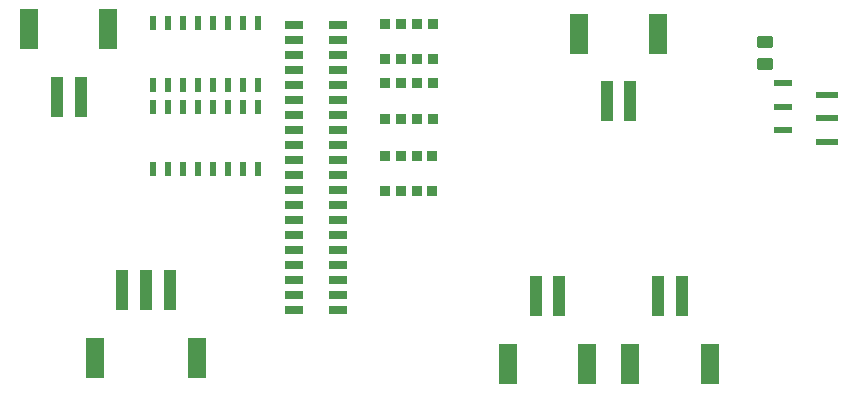
<source format=gbr>
%TF.GenerationSoftware,KiCad,Pcbnew,8.0.4*%
%TF.CreationDate,2025-03-13T09:59:00-07:00*%
%TF.ProjectId,keyboard_board,6b657962-6f61-4726-945f-626f6172642e,rev?*%
%TF.SameCoordinates,Original*%
%TF.FileFunction,Paste,Top*%
%TF.FilePolarity,Positive*%
%FSLAX46Y46*%
G04 Gerber Fmt 4.6, Leading zero omitted, Abs format (unit mm)*
G04 Created by KiCad (PCBNEW 8.0.4) date 2025-03-13 09:59:00*
%MOMM*%
%LPD*%
G01*
G04 APERTURE LIST*
G04 Aperture macros list*
%AMRoundRect*
0 Rectangle with rounded corners*
0 $1 Rounding radius*
0 $2 $3 $4 $5 $6 $7 $8 $9 X,Y pos of 4 corners*
0 Add a 4 corners polygon primitive as box body*
4,1,4,$2,$3,$4,$5,$6,$7,$8,$9,$2,$3,0*
0 Add four circle primitives for the rounded corners*
1,1,$1+$1,$2,$3*
1,1,$1+$1,$4,$5*
1,1,$1+$1,$6,$7*
1,1,$1+$1,$8,$9*
0 Add four rect primitives between the rounded corners*
20,1,$1+$1,$2,$3,$4,$5,0*
20,1,$1+$1,$4,$5,$6,$7,0*
20,1,$1+$1,$6,$7,$8,$9,0*
20,1,$1+$1,$8,$9,$2,$3,0*%
G04 Aperture macros list end*
%ADD10R,0.990600X3.505200*%
%ADD11R,1.600200X3.505200*%
%ADD12R,1.500000X3.400000*%
%ADD13R,1.000000X3.500000*%
%ADD14RoundRect,0.250000X0.450000X-0.262500X0.450000X0.262500X-0.450000X0.262500X-0.450000X-0.262500X0*%
%ADD15R,1.650000X0.600000*%
%ADD16R,1.850000X0.600000*%
%ADD17R,1.600000X0.740000*%
%ADD18R,0.900000X0.900000*%
%ADD19R,0.508000X1.257300*%
G04 APERTURE END LIST*
D10*
%TO.C,J4*%
X199136000Y-99969142D03*
X201136001Y-99969142D03*
X203136002Y-99969142D03*
D11*
X205486002Y-105664000D03*
X196786000Y-105664000D03*
%TD*%
D12*
%TO.C,P4*%
X237775000Y-78232000D03*
X244475000Y-78232000D03*
D13*
X240125000Y-83982000D03*
X242125000Y-83982000D03*
%TD*%
D14*
%TO.C,R1*%
X253525000Y-80787500D03*
X253525000Y-78962500D03*
%TD*%
D15*
%TO.C,J2*%
X255063439Y-82409649D03*
D16*
X258813439Y-83409649D03*
D15*
X255063439Y-84409649D03*
D16*
X258813439Y-85409649D03*
D15*
X255063439Y-86409649D03*
D16*
X258813439Y-87409649D03*
%TD*%
D13*
%TO.C,P2*%
X234125424Y-100422979D03*
X236125424Y-100422979D03*
D12*
X231775424Y-106172979D03*
X238475424Y-106172979D03*
%TD*%
D13*
%TO.C,P3*%
X195600000Y-83630000D03*
X193600000Y-83630000D03*
D12*
X197950000Y-77880000D03*
X191250000Y-77880000D03*
%TD*%
D17*
%TO.C,J1*%
X217425000Y-101615000D03*
X213625000Y-101615000D03*
X217425000Y-100345000D03*
X213625000Y-100345000D03*
X217425000Y-99075000D03*
X213625000Y-99075000D03*
X217425000Y-97805000D03*
X213625000Y-97805000D03*
X217425000Y-96535000D03*
X213625000Y-96535000D03*
X217425000Y-95265000D03*
X213625000Y-95265000D03*
X217425000Y-93995000D03*
X213625000Y-93995000D03*
X217425000Y-92725000D03*
X213625000Y-92725000D03*
X217425000Y-91455000D03*
X213625000Y-91455000D03*
X217425000Y-90185000D03*
X213625000Y-90185000D03*
X217425000Y-88915000D03*
X213625000Y-88915000D03*
X217425000Y-87645000D03*
X213625000Y-87645000D03*
X217425000Y-86375000D03*
X213625000Y-86375000D03*
X217425000Y-85105000D03*
X213625000Y-85105000D03*
X217425000Y-83835000D03*
X213625000Y-83835000D03*
X217425000Y-82565000D03*
X213625000Y-82565000D03*
X217425000Y-81295000D03*
X213625000Y-81295000D03*
X217425000Y-80025000D03*
X213625000Y-80025000D03*
X217425000Y-78755000D03*
X213625000Y-78755000D03*
X217425000Y-77485000D03*
X213625000Y-77485000D03*
%TD*%
D18*
%TO.C,RN3*%
X225400000Y-80400000D03*
X224060000Y-80400000D03*
X222740000Y-80400000D03*
X221400000Y-80400000D03*
X221400000Y-77400000D03*
X222740000Y-77400000D03*
X224060000Y-77400000D03*
X225400000Y-77400000D03*
%TD*%
D19*
%TO.C,U2*%
X210620000Y-77352450D03*
X209350000Y-77352450D03*
X208080000Y-77352450D03*
X206810000Y-77352450D03*
X205540000Y-77352450D03*
X204270000Y-77352450D03*
X203000000Y-77352450D03*
X201730000Y-77352450D03*
X201730000Y-82597550D03*
X203000000Y-82597550D03*
X204270000Y-82597550D03*
X205540000Y-82597550D03*
X206810000Y-82597550D03*
X208080000Y-82597550D03*
X209350000Y-82597550D03*
X210620000Y-82597550D03*
%TD*%
D18*
%TO.C,RN1*%
X221375000Y-91575000D03*
X222715000Y-91575000D03*
X224035000Y-91575000D03*
X225375000Y-91575000D03*
X225375000Y-88575000D03*
X224035000Y-88575000D03*
X222715000Y-88575000D03*
X221375000Y-88575000D03*
%TD*%
D19*
%TO.C,U3*%
X210630000Y-84454900D03*
X209360000Y-84454900D03*
X208090000Y-84454900D03*
X206820000Y-84454900D03*
X205550000Y-84454900D03*
X204280000Y-84454900D03*
X203010000Y-84454900D03*
X201740000Y-84454900D03*
X201740000Y-89700000D03*
X203010000Y-89700000D03*
X204280000Y-89700000D03*
X205550000Y-89700000D03*
X206820000Y-89700000D03*
X208090000Y-89700000D03*
X209360000Y-89700000D03*
X210630000Y-89700000D03*
%TD*%
D18*
%TO.C,RN2*%
X225400000Y-82450000D03*
X224060000Y-82450000D03*
X222740000Y-82450000D03*
X221400000Y-82450000D03*
X221400000Y-85450000D03*
X222740000Y-85450000D03*
X224060000Y-85450000D03*
X225400000Y-85450000D03*
%TD*%
D13*
%TO.C,P1*%
X244500424Y-100422979D03*
X246500424Y-100422979D03*
D12*
X242150424Y-106172979D03*
X248850424Y-106172979D03*
%TD*%
M02*

</source>
